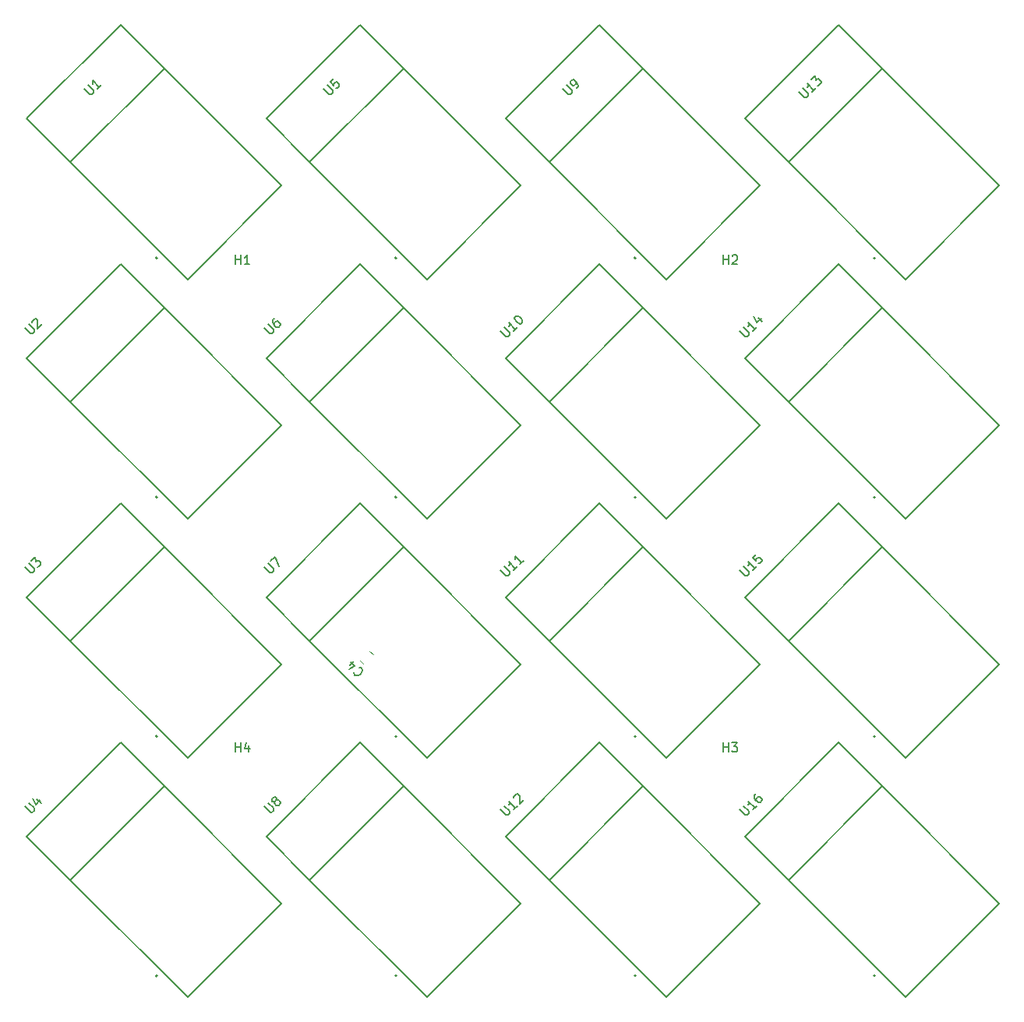
<source format=gbr>
%TF.GenerationSoftware,KiCad,Pcbnew,(6.0.1-0)*%
%TF.CreationDate,2022-09-26T15:58:14+02:00*%
%TF.ProjectId,wifi_camera,77696669-5f63-4616-9d65-72612e6b6963,rev?*%
%TF.SameCoordinates,Original*%
%TF.FileFunction,Legend,Top*%
%TF.FilePolarity,Positive*%
%FSLAX46Y46*%
G04 Gerber Fmt 4.6, Leading zero omitted, Abs format (unit mm)*
G04 Created by KiCad (PCBNEW (6.0.1-0)) date 2022-09-26 15:58:14*
%MOMM*%
%LPD*%
G01*
G04 APERTURE LIST*
%ADD10C,0.150000*%
%ADD11C,0.127000*%
%ADD12C,0.200000*%
%ADD13C,0.120000*%
G04 APERTURE END LIST*
D10*
%TO.C,U1*%
X35334765Y-47186521D02*
X35907185Y-47758941D01*
X36008200Y-47792613D01*
X36075544Y-47792613D01*
X36176559Y-47758941D01*
X36311246Y-47624254D01*
X36344918Y-47523239D01*
X36344918Y-47455895D01*
X36311246Y-47354880D01*
X35738826Y-46782460D01*
X37153040Y-46782460D02*
X36748979Y-47186521D01*
X36951009Y-46984491D02*
X36243903Y-46277384D01*
X36277574Y-46445743D01*
X36277574Y-46580430D01*
X36243903Y-46681445D01*
%TO.C,U3*%
X28907698Y-99186520D02*
X29480118Y-99758940D01*
X29581133Y-99792612D01*
X29648477Y-99792612D01*
X29749492Y-99758940D01*
X29884179Y-99624253D01*
X29917851Y-99523238D01*
X29917851Y-99455894D01*
X29884179Y-99354879D01*
X29311759Y-98782459D01*
X29581133Y-98513085D02*
X30018866Y-98075353D01*
X30052538Y-98580429D01*
X30153553Y-98479414D01*
X30254568Y-98445742D01*
X30321912Y-98445742D01*
X30422927Y-98479414D01*
X30591286Y-98647772D01*
X30624958Y-98748788D01*
X30624958Y-98816131D01*
X30591286Y-98917146D01*
X30389255Y-99119177D01*
X30288240Y-99152849D01*
X30220897Y-99152849D01*
%TO.C,U14*%
X106570981Y-73523238D02*
X107143401Y-74095658D01*
X107244416Y-74129329D01*
X107311759Y-74129329D01*
X107412775Y-74095658D01*
X107547462Y-73960971D01*
X107581133Y-73859955D01*
X107581133Y-73792612D01*
X107547462Y-73691597D01*
X106975042Y-73119177D01*
X108389255Y-73119177D02*
X107985194Y-73523238D01*
X108187225Y-73321207D02*
X107480118Y-72614101D01*
X107513790Y-72782459D01*
X107513790Y-72917146D01*
X107480118Y-73018162D01*
X108523942Y-72041681D02*
X108995347Y-72513085D01*
X108086210Y-71940666D02*
X108422927Y-72614101D01*
X108860660Y-72176368D01*
%TO.C,U12*%
X80570981Y-125523238D02*
X81143401Y-126095658D01*
X81244416Y-126129329D01*
X81311759Y-126129329D01*
X81412775Y-126095658D01*
X81547462Y-125960971D01*
X81581133Y-125859955D01*
X81581133Y-125792612D01*
X81547462Y-125691597D01*
X80975042Y-125119177D01*
X82389255Y-125119177D02*
X81985194Y-125523238D01*
X82187225Y-125321207D02*
X81480118Y-124614101D01*
X81513790Y-124782459D01*
X81513790Y-124917146D01*
X81480118Y-125018162D01*
X82018866Y-124210040D02*
X82018866Y-124142696D01*
X82052538Y-124041681D01*
X82220897Y-123873322D01*
X82321912Y-123839650D01*
X82389255Y-123839650D01*
X82490271Y-123873322D01*
X82557614Y-123940666D01*
X82624958Y-124075353D01*
X82624958Y-124883475D01*
X83062690Y-124445742D01*
%TO.C,U10*%
X80570981Y-73523238D02*
X81143401Y-74095658D01*
X81244416Y-74129329D01*
X81311759Y-74129329D01*
X81412775Y-74095658D01*
X81547462Y-73960971D01*
X81581133Y-73859955D01*
X81581133Y-73792612D01*
X81547462Y-73691597D01*
X80975042Y-73119177D01*
X82389255Y-73119177D02*
X81985194Y-73523238D01*
X82187225Y-73321207D02*
X81480118Y-72614101D01*
X81513790Y-72782459D01*
X81513790Y-72917146D01*
X81480118Y-73018162D01*
X82119881Y-71974337D02*
X82187225Y-71906994D01*
X82288240Y-71873322D01*
X82355584Y-71873322D01*
X82456599Y-71906994D01*
X82624958Y-72008009D01*
X82793316Y-72176368D01*
X82894332Y-72344727D01*
X82928003Y-72445742D01*
X82928003Y-72513085D01*
X82894332Y-72614101D01*
X82826988Y-72681444D01*
X82725973Y-72715116D01*
X82658629Y-72715116D01*
X82557614Y-72681444D01*
X82389255Y-72580429D01*
X82220897Y-72412070D01*
X82119881Y-72243711D01*
X82086210Y-72142696D01*
X82086210Y-72075353D01*
X82119881Y-71974337D01*
%TO.C,U16*%
X106570981Y-125523238D02*
X107143401Y-126095658D01*
X107244416Y-126129329D01*
X107311759Y-126129329D01*
X107412775Y-126095658D01*
X107547462Y-125960971D01*
X107581133Y-125859955D01*
X107581133Y-125792612D01*
X107547462Y-125691597D01*
X106975042Y-125119177D01*
X108389255Y-125119177D02*
X107985194Y-125523238D01*
X108187225Y-125321207D02*
X107480118Y-124614101D01*
X107513790Y-124782459D01*
X107513790Y-124917146D01*
X107480118Y-125018162D01*
X108288240Y-123805979D02*
X108153553Y-123940666D01*
X108119881Y-124041681D01*
X108119881Y-124109024D01*
X108153553Y-124277383D01*
X108254568Y-124445742D01*
X108523942Y-124715116D01*
X108624958Y-124748788D01*
X108692301Y-124748788D01*
X108793316Y-124715116D01*
X108928003Y-124580429D01*
X108961675Y-124479414D01*
X108961675Y-124412070D01*
X108928003Y-124311055D01*
X108759645Y-124142696D01*
X108658629Y-124109024D01*
X108591286Y-124109024D01*
X108490271Y-124142696D01*
X108355584Y-124277383D01*
X108321912Y-124378398D01*
X108321912Y-124445742D01*
X108355584Y-124546757D01*
%TO.C,H2*%
X104738095Y-66252380D02*
X104738095Y-65252380D01*
X104738095Y-65728571D02*
X105309523Y-65728571D01*
X105309523Y-66252380D02*
X105309523Y-65252380D01*
X105738095Y-65347619D02*
X105785714Y-65300000D01*
X105880952Y-65252380D01*
X106119047Y-65252380D01*
X106214285Y-65300000D01*
X106261904Y-65347619D01*
X106309523Y-65442857D01*
X106309523Y-65538095D01*
X106261904Y-65680952D01*
X105690476Y-66252380D01*
X106309523Y-66252380D01*
%TO.C,U13*%
X112998048Y-47523239D02*
X113570468Y-48095659D01*
X113671483Y-48129330D01*
X113738826Y-48129330D01*
X113839842Y-48095659D01*
X113974529Y-47960972D01*
X114008200Y-47859956D01*
X114008200Y-47792613D01*
X113974529Y-47691598D01*
X113402109Y-47119178D01*
X114816322Y-47119178D02*
X114412261Y-47523239D01*
X114614292Y-47321208D02*
X113907185Y-46614102D01*
X113940857Y-46782460D01*
X113940857Y-46917147D01*
X113907185Y-47018163D01*
X114344918Y-46176369D02*
X114782651Y-45738636D01*
X114816322Y-46243712D01*
X114917338Y-46142697D01*
X115018353Y-46109025D01*
X115085696Y-46109025D01*
X115186712Y-46142697D01*
X115355070Y-46311056D01*
X115388742Y-46412071D01*
X115388742Y-46479415D01*
X115355070Y-46580430D01*
X115153040Y-46782460D01*
X115052025Y-46816132D01*
X114984681Y-46816132D01*
%TO.C,U15*%
X106570981Y-99523238D02*
X107143401Y-100095658D01*
X107244416Y-100129329D01*
X107311759Y-100129329D01*
X107412775Y-100095658D01*
X107547462Y-99960971D01*
X107581133Y-99859955D01*
X107581133Y-99792612D01*
X107547462Y-99691597D01*
X106975042Y-99119177D01*
X108389255Y-99119177D02*
X107985194Y-99523238D01*
X108187225Y-99321207D02*
X107480118Y-98614101D01*
X107513790Y-98782459D01*
X107513790Y-98917146D01*
X107480118Y-99018162D01*
X108321912Y-97772307D02*
X107985194Y-98109024D01*
X108288240Y-98479414D01*
X108288240Y-98412070D01*
X108321912Y-98311055D01*
X108490271Y-98142696D01*
X108591286Y-98109024D01*
X108658629Y-98109024D01*
X108759645Y-98142696D01*
X108928003Y-98311055D01*
X108961675Y-98412070D01*
X108961675Y-98479414D01*
X108928003Y-98580429D01*
X108759645Y-98748788D01*
X108658629Y-98782459D01*
X108591286Y-98782459D01*
%TO.C,U4*%
X28907698Y-125186520D02*
X29480118Y-125758940D01*
X29581133Y-125792612D01*
X29648477Y-125792612D01*
X29749492Y-125758940D01*
X29884179Y-125624253D01*
X29917851Y-125523238D01*
X29917851Y-125455894D01*
X29884179Y-125354879D01*
X29311759Y-124782459D01*
X30187225Y-124378398D02*
X30658629Y-124849803D01*
X29749492Y-124277383D02*
X30086210Y-124950818D01*
X30523942Y-124513085D01*
%TO.C,U7*%
X54907698Y-99186520D02*
X55480118Y-99758940D01*
X55581133Y-99792612D01*
X55648477Y-99792612D01*
X55749492Y-99758940D01*
X55884179Y-99624253D01*
X55917851Y-99523238D01*
X55917851Y-99455894D01*
X55884179Y-99354879D01*
X55311759Y-98782459D01*
X55581133Y-98513085D02*
X56052538Y-98041681D01*
X56456599Y-99051833D01*
%TO.C,H4*%
X51738095Y-119252380D02*
X51738095Y-118252380D01*
X51738095Y-118728571D02*
X52309523Y-118728571D01*
X52309523Y-119252380D02*
X52309523Y-118252380D01*
X53214285Y-118585714D02*
X53214285Y-119252380D01*
X52976190Y-118204761D02*
X52738095Y-118919047D01*
X53357142Y-118919047D01*
%TO.C,U6*%
X54907698Y-73186520D02*
X55480118Y-73758940D01*
X55581133Y-73792612D01*
X55648477Y-73792612D01*
X55749492Y-73758940D01*
X55884179Y-73624253D01*
X55917851Y-73523238D01*
X55917851Y-73455894D01*
X55884179Y-73354879D01*
X55311759Y-72782459D01*
X55951523Y-72142696D02*
X55816836Y-72277383D01*
X55783164Y-72378398D01*
X55783164Y-72445742D01*
X55816836Y-72614101D01*
X55917851Y-72782459D01*
X56187225Y-73051833D01*
X56288240Y-73085505D01*
X56355584Y-73085505D01*
X56456599Y-73051833D01*
X56591286Y-72917146D01*
X56624958Y-72816131D01*
X56624958Y-72748788D01*
X56591286Y-72647772D01*
X56422927Y-72479414D01*
X56321912Y-72445742D01*
X56254568Y-72445742D01*
X56153553Y-72479414D01*
X56018866Y-72614101D01*
X55985194Y-72715116D01*
X55985194Y-72782459D01*
X56018866Y-72883475D01*
%TO.C,C4*%
X65182450Y-110053251D02*
X65249793Y-110053251D01*
X65384480Y-110120595D01*
X65451824Y-110187939D01*
X65519167Y-110322626D01*
X65519167Y-110457313D01*
X65485496Y-110558328D01*
X65384480Y-110726687D01*
X65283465Y-110827702D01*
X65115106Y-110928717D01*
X65014091Y-110962389D01*
X64879404Y-110962389D01*
X64744717Y-110895045D01*
X64677373Y-110827702D01*
X64610030Y-110693015D01*
X64610030Y-110625671D01*
X64172297Y-109851221D02*
X64643702Y-109379816D01*
X64071282Y-110288954D02*
X64744717Y-109952236D01*
X64306984Y-109514503D01*
%TO.C,U5*%
X61334765Y-47186521D02*
X61907185Y-47758941D01*
X62008200Y-47792613D01*
X62075544Y-47792613D01*
X62176559Y-47758941D01*
X62311246Y-47624254D01*
X62344918Y-47523239D01*
X62344918Y-47455895D01*
X62311246Y-47354880D01*
X61738826Y-46782460D01*
X62412261Y-46109025D02*
X62075544Y-46445743D01*
X62378590Y-46816132D01*
X62378590Y-46748789D01*
X62412261Y-46647773D01*
X62580620Y-46479415D01*
X62681635Y-46445743D01*
X62748979Y-46445743D01*
X62849994Y-46479415D01*
X63018353Y-46647773D01*
X63052025Y-46748789D01*
X63052025Y-46816132D01*
X63018353Y-46917147D01*
X62849994Y-47085506D01*
X62748979Y-47119178D01*
X62681635Y-47119178D01*
%TO.C,U2*%
X28907698Y-73186520D02*
X29480118Y-73758940D01*
X29581133Y-73792612D01*
X29648477Y-73792612D01*
X29749492Y-73758940D01*
X29884179Y-73624253D01*
X29917851Y-73523238D01*
X29917851Y-73455894D01*
X29884179Y-73354879D01*
X29311759Y-72782459D01*
X29682149Y-72546757D02*
X29682149Y-72479414D01*
X29715820Y-72378398D01*
X29884179Y-72210040D01*
X29985194Y-72176368D01*
X30052538Y-72176368D01*
X30153553Y-72210040D01*
X30220897Y-72277383D01*
X30288240Y-72412070D01*
X30288240Y-73220192D01*
X30725973Y-72782459D01*
%TO.C,H1*%
X51738095Y-66252380D02*
X51738095Y-65252380D01*
X51738095Y-65728571D02*
X52309523Y-65728571D01*
X52309523Y-66252380D02*
X52309523Y-65252380D01*
X53309523Y-66252380D02*
X52738095Y-66252380D01*
X53023809Y-66252380D02*
X53023809Y-65252380D01*
X52928571Y-65395238D01*
X52833333Y-65490476D01*
X52738095Y-65538095D01*
%TO.C,U11*%
X80570981Y-99523238D02*
X81143401Y-100095658D01*
X81244416Y-100129329D01*
X81311759Y-100129329D01*
X81412775Y-100095658D01*
X81547462Y-99960971D01*
X81581133Y-99859955D01*
X81581133Y-99792612D01*
X81547462Y-99691597D01*
X80975042Y-99119177D01*
X82389255Y-99119177D02*
X81985194Y-99523238D01*
X82187225Y-99321207D02*
X81480118Y-98614101D01*
X81513790Y-98782459D01*
X81513790Y-98917146D01*
X81480118Y-99018162D01*
X83062690Y-98445742D02*
X82658629Y-98849803D01*
X82860660Y-98647772D02*
X82153553Y-97940666D01*
X82187225Y-98109024D01*
X82187225Y-98243711D01*
X82153553Y-98344727D01*
%TO.C,U9*%
X87334765Y-47186521D02*
X87907185Y-47758941D01*
X88008200Y-47792613D01*
X88075544Y-47792613D01*
X88176559Y-47758941D01*
X88311246Y-47624254D01*
X88344918Y-47523239D01*
X88344918Y-47455895D01*
X88311246Y-47354880D01*
X87738826Y-46782460D01*
X88816322Y-47119178D02*
X88951009Y-46984491D01*
X88984681Y-46883476D01*
X88984681Y-46816132D01*
X88951009Y-46647773D01*
X88849994Y-46479415D01*
X88580620Y-46210041D01*
X88479605Y-46176369D01*
X88412261Y-46176369D01*
X88311246Y-46210041D01*
X88176559Y-46344728D01*
X88142887Y-46445743D01*
X88142887Y-46513086D01*
X88176559Y-46614102D01*
X88344918Y-46782460D01*
X88445933Y-46816132D01*
X88513277Y-46816132D01*
X88614292Y-46782460D01*
X88748979Y-46647773D01*
X88782651Y-46546758D01*
X88782651Y-46479415D01*
X88748979Y-46378399D01*
%TO.C,U8*%
X54907698Y-125186520D02*
X55480118Y-125758940D01*
X55581133Y-125792612D01*
X55648477Y-125792612D01*
X55749492Y-125758940D01*
X55884179Y-125624253D01*
X55917851Y-125523238D01*
X55917851Y-125455894D01*
X55884179Y-125354879D01*
X55311759Y-124782459D01*
X56052538Y-124647772D02*
X55951523Y-124681444D01*
X55884179Y-124681444D01*
X55783164Y-124647772D01*
X55749492Y-124614101D01*
X55715820Y-124513085D01*
X55715820Y-124445742D01*
X55749492Y-124344727D01*
X55884179Y-124210040D01*
X55985194Y-124176368D01*
X56052538Y-124176368D01*
X56153553Y-124210040D01*
X56187225Y-124243711D01*
X56220897Y-124344727D01*
X56220897Y-124412070D01*
X56187225Y-124513085D01*
X56052538Y-124647772D01*
X56018866Y-124748788D01*
X56018866Y-124816131D01*
X56052538Y-124917146D01*
X56187225Y-125051833D01*
X56288240Y-125085505D01*
X56355584Y-125085505D01*
X56456599Y-125051833D01*
X56591286Y-124917146D01*
X56624958Y-124816131D01*
X56624958Y-124748788D01*
X56591286Y-124647772D01*
X56456599Y-124513085D01*
X56355584Y-124479414D01*
X56288240Y-124479414D01*
X56187225Y-124513085D01*
%TO.C,H3*%
X104738095Y-119252380D02*
X104738095Y-118252380D01*
X104738095Y-118728571D02*
X105309523Y-118728571D01*
X105309523Y-119252380D02*
X105309523Y-118252380D01*
X105690476Y-118252380D02*
X106309523Y-118252380D01*
X105976190Y-118633333D01*
X106119047Y-118633333D01*
X106214285Y-118680952D01*
X106261904Y-118728571D01*
X106309523Y-118823809D01*
X106309523Y-119061904D01*
X106261904Y-119157142D01*
X106214285Y-119204761D01*
X106119047Y-119252380D01*
X105833333Y-119252380D01*
X105738095Y-119204761D01*
X105690476Y-119157142D01*
D11*
%TO.C,U1*%
X56746156Y-57719382D02*
X46563818Y-67901719D01*
X29098281Y-50436182D02*
X39280618Y-40253844D01*
X44018234Y-44991460D02*
X33835896Y-55173797D01*
X33835896Y-55173797D02*
X29098281Y-50436182D01*
X39280618Y-40253844D02*
X44018234Y-44991460D01*
X46563818Y-67901719D02*
X33835896Y-55173797D01*
X44018234Y-44991460D02*
X56746156Y-57719382D01*
D12*
X43276777Y-65575338D02*
G75*
G03*
X43276777Y-65575338I-100000J0D01*
G01*
D11*
%TO.C,U3*%
X46563818Y-119901719D02*
X33835896Y-107173797D01*
X29098281Y-102436182D02*
X39280618Y-92253844D01*
X44018234Y-96991460D02*
X56746156Y-109719382D01*
X56746156Y-109719382D02*
X46563818Y-119901719D01*
X44018234Y-96991460D02*
X33835896Y-107173797D01*
X33835896Y-107173797D02*
X29098281Y-102436182D01*
X39280618Y-92253844D02*
X44018234Y-96991460D01*
D12*
X43276777Y-117575338D02*
G75*
G03*
X43276777Y-117575338I-100000J0D01*
G01*
D11*
%TO.C,U14*%
X124563818Y-93901719D02*
X111835896Y-81173797D01*
X122018234Y-70991460D02*
X134746156Y-83719382D01*
X117280618Y-66253844D02*
X122018234Y-70991460D01*
X122018234Y-70991460D02*
X111835896Y-81173797D01*
X134746156Y-83719382D02*
X124563818Y-93901719D01*
X111835896Y-81173797D02*
X107098281Y-76436182D01*
X107098281Y-76436182D02*
X117280618Y-66253844D01*
D12*
X121276777Y-91575338D02*
G75*
G03*
X121276777Y-91575338I-100000J0D01*
G01*
D11*
%TO.C,U12*%
X81098281Y-128436182D02*
X91280618Y-118253844D01*
X85835896Y-133173797D02*
X81098281Y-128436182D01*
X96018234Y-122991460D02*
X108746156Y-135719382D01*
X108746156Y-135719382D02*
X98563818Y-145901719D01*
X96018234Y-122991460D02*
X85835896Y-133173797D01*
X98563818Y-145901719D02*
X85835896Y-133173797D01*
X91280618Y-118253844D02*
X96018234Y-122991460D01*
D12*
X95276777Y-143575338D02*
G75*
G03*
X95276777Y-143575338I-100000J0D01*
G01*
D11*
%TO.C,U10*%
X96018234Y-70991460D02*
X108746156Y-83719382D01*
X91280618Y-66253844D02*
X96018234Y-70991460D01*
X96018234Y-70991460D02*
X85835896Y-81173797D01*
X85835896Y-81173797D02*
X81098281Y-76436182D01*
X81098281Y-76436182D02*
X91280618Y-66253844D01*
X108746156Y-83719382D02*
X98563818Y-93901719D01*
X98563818Y-93901719D02*
X85835896Y-81173797D01*
D12*
X95276777Y-91575338D02*
G75*
G03*
X95276777Y-91575338I-100000J0D01*
G01*
D11*
%TO.C,U16*%
X117280618Y-118253844D02*
X122018234Y-122991460D01*
X111835896Y-133173797D02*
X107098281Y-128436182D01*
X134746156Y-135719382D02*
X124563818Y-145901719D01*
X122018234Y-122991460D02*
X134746156Y-135719382D01*
X124563818Y-145901719D02*
X111835896Y-133173797D01*
X122018234Y-122991460D02*
X111835896Y-133173797D01*
X107098281Y-128436182D02*
X117280618Y-118253844D01*
D12*
X121276777Y-143575338D02*
G75*
G03*
X121276777Y-143575338I-100000J0D01*
G01*
D11*
%TO.C,U13*%
X107098281Y-50436182D02*
X117280618Y-40253844D01*
X124563818Y-67901719D02*
X111835896Y-55173797D01*
X122018234Y-44991460D02*
X111835896Y-55173797D01*
X134746156Y-57719382D02*
X124563818Y-67901719D01*
X111835896Y-55173797D02*
X107098281Y-50436182D01*
X122018234Y-44991460D02*
X134746156Y-57719382D01*
X117280618Y-40253844D02*
X122018234Y-44991460D01*
D12*
X121276777Y-65575338D02*
G75*
G03*
X121276777Y-65575338I-100000J0D01*
G01*
D11*
%TO.C,U15*%
X122018234Y-96991460D02*
X134746156Y-109719382D01*
X111835896Y-107173797D02*
X107098281Y-102436182D01*
X134746156Y-109719382D02*
X124563818Y-119901719D01*
X117280618Y-92253844D02*
X122018234Y-96991460D01*
X124563818Y-119901719D02*
X111835896Y-107173797D01*
X122018234Y-96991460D02*
X111835896Y-107173797D01*
X107098281Y-102436182D02*
X117280618Y-92253844D01*
D12*
X121276777Y-117575338D02*
G75*
G03*
X121276777Y-117575338I-100000J0D01*
G01*
D11*
%TO.C,U4*%
X29098281Y-128436182D02*
X39280618Y-118253844D01*
X39280618Y-118253844D02*
X44018234Y-122991460D01*
X44018234Y-122991460D02*
X33835896Y-133173797D01*
X44018234Y-122991460D02*
X56746156Y-135719382D01*
X56746156Y-135719382D02*
X46563818Y-145901719D01*
X46563818Y-145901719D02*
X33835896Y-133173797D01*
X33835896Y-133173797D02*
X29098281Y-128436182D01*
D12*
X43276777Y-143575338D02*
G75*
G03*
X43276777Y-143575338I-100000J0D01*
G01*
D11*
%TO.C,U7*%
X55098281Y-102436182D02*
X65280618Y-92253844D01*
X70018234Y-96991460D02*
X82746156Y-109719382D01*
X82746156Y-109719382D02*
X72563818Y-119901719D01*
X59835896Y-107173797D02*
X55098281Y-102436182D01*
X72563818Y-119901719D02*
X59835896Y-107173797D01*
X65280618Y-92253844D02*
X70018234Y-96991460D01*
X70018234Y-96991460D02*
X59835896Y-107173797D01*
D12*
X69276777Y-117575338D02*
G75*
G03*
X69276777Y-117575338I-100000J0D01*
G01*
D11*
%TO.C,U6*%
X70018234Y-70991460D02*
X82746156Y-83719382D01*
X65280618Y-66253844D02*
X70018234Y-70991460D01*
X59835896Y-81173797D02*
X55098281Y-76436182D01*
X70018234Y-70991460D02*
X59835896Y-81173797D01*
X55098281Y-76436182D02*
X65280618Y-66253844D01*
X72563818Y-93901719D02*
X59835896Y-81173797D01*
X82746156Y-83719382D02*
X72563818Y-93901719D01*
D12*
X69276777Y-91575338D02*
G75*
G03*
X69276777Y-91575338I-100000J0D01*
G01*
D13*
%TO.C,C4*%
X66704457Y-108665010D02*
X66334990Y-108295543D01*
X65665010Y-109704457D02*
X65295543Y-109334990D01*
D11*
%TO.C,U5*%
X72563818Y-67901719D02*
X59835896Y-55173797D01*
X82746156Y-57719382D02*
X72563818Y-67901719D01*
X65280618Y-40253844D02*
X70018234Y-44991460D01*
X59835896Y-55173797D02*
X55098281Y-50436182D01*
X55098281Y-50436182D02*
X65280618Y-40253844D01*
X70018234Y-44991460D02*
X82746156Y-57719382D01*
X70018234Y-44991460D02*
X59835896Y-55173797D01*
D12*
X69276777Y-65575338D02*
G75*
G03*
X69276777Y-65575338I-100000J0D01*
G01*
D11*
%TO.C,U2*%
X44018234Y-70991460D02*
X56746156Y-83719382D01*
X44018234Y-70991460D02*
X33835896Y-81173797D01*
X46563818Y-93901719D02*
X33835896Y-81173797D01*
X56746156Y-83719382D02*
X46563818Y-93901719D01*
X33835896Y-81173797D02*
X29098281Y-76436182D01*
X29098281Y-76436182D02*
X39280618Y-66253844D01*
X39280618Y-66253844D02*
X44018234Y-70991460D01*
D12*
X43276777Y-91575338D02*
G75*
G03*
X43276777Y-91575338I-100000J0D01*
G01*
D11*
%TO.C,U11*%
X85835896Y-107173797D02*
X81098281Y-102436182D01*
X98563818Y-119901719D02*
X85835896Y-107173797D01*
X108746156Y-109719382D02*
X98563818Y-119901719D01*
X96018234Y-96991460D02*
X108746156Y-109719382D01*
X96018234Y-96991460D02*
X85835896Y-107173797D01*
X91280618Y-92253844D02*
X96018234Y-96991460D01*
X81098281Y-102436182D02*
X91280618Y-92253844D01*
D12*
X95276777Y-117575338D02*
G75*
G03*
X95276777Y-117575338I-100000J0D01*
G01*
D11*
%TO.C,U9*%
X91280618Y-40253844D02*
X96018234Y-44991460D01*
X96018234Y-44991460D02*
X85835896Y-55173797D01*
X108746156Y-57719382D02*
X98563818Y-67901719D01*
X85835896Y-55173797D02*
X81098281Y-50436182D01*
X98563818Y-67901719D02*
X85835896Y-55173797D01*
X96018234Y-44991460D02*
X108746156Y-57719382D01*
X81098281Y-50436182D02*
X91280618Y-40253844D01*
D12*
X95276777Y-65575338D02*
G75*
G03*
X95276777Y-65575338I-100000J0D01*
G01*
D11*
%TO.C,U8*%
X59835896Y-133173797D02*
X55098281Y-128436182D01*
X55098281Y-128436182D02*
X65280618Y-118253844D01*
X65280618Y-118253844D02*
X70018234Y-122991460D01*
X70018234Y-122991460D02*
X59835896Y-133173797D01*
X72563818Y-145901719D02*
X59835896Y-133173797D01*
X70018234Y-122991460D02*
X82746156Y-135719382D01*
X82746156Y-135719382D02*
X72563818Y-145901719D01*
D12*
X69276777Y-143575338D02*
G75*
G03*
X69276777Y-143575338I-100000J0D01*
G01*
%TD*%
M02*

</source>
